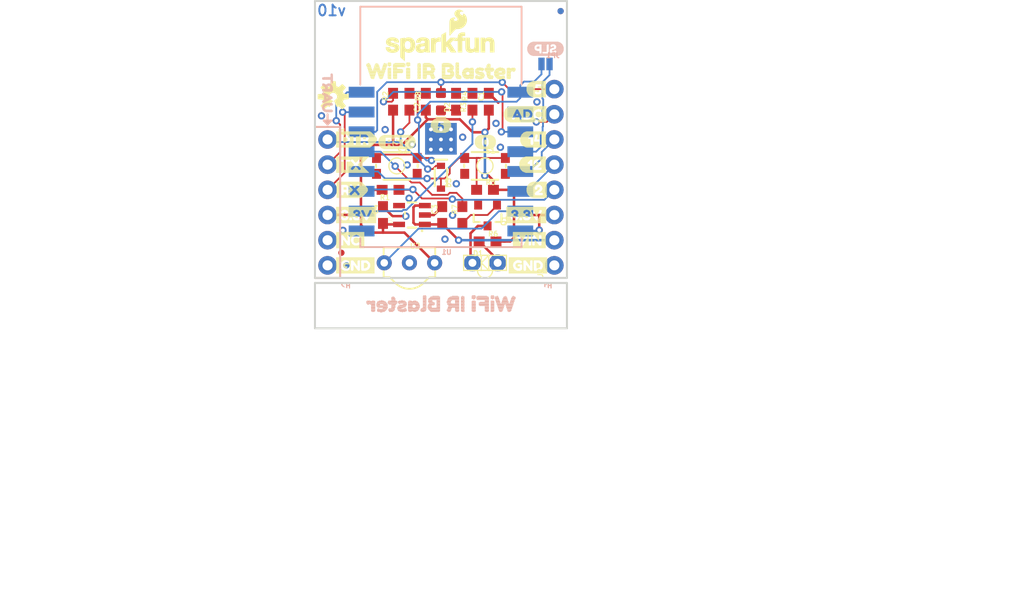
<source format=kicad_pcb>
(kicad_pcb (version 20211014) (generator pcbnew)
  (layers (0 "F.Cu" signal) (31 "B.Cu" signal) (34 "B.Paste" user) (35 "F.Paste" user) (36 "B.SilkS" user "B.Silkscreen") (37 "F.SilkS" user "F.Silkscreen") (38 "B.Mask" user) (39 "F.Mask" user) (44 "Edge.Cuts" user))
  (net 0 "")
  (net 1 "GND")
  (net 2 "3.3V")
  (net 3 "RXI")
  (net 4 "TXO")
  (net 5 "DTR")
  (net 6 "CHIP_EN")
  (net 7 "IO15")
  (net 8 "RESET")
  (net 9 "IO2")
  (net 10 "IO0")
  (net 11 "N$5")
  (net 12 "N$6")
  (net 13 "N$7")
  (net 14 "IR_IN")
  (net 15 "IR_OUT")
  (net 16 "IO14")
  (net 17 "ADC")
  (net 18 "IO16")
  (net 19 "IO12")
  (net 20 "IO5")
  (net 21 "VIN")
  (net 22 "N$1")
  (footprint "boardEagle:VIN6" (layer "F.Cu") (at 155.2321 112.6236)
    (fp_text reference "U$23" hide)
    (fp_text value "" hide)
  )
  (footprint "boardEagle:TACTILE_SWITCH_SMD_4.6X2.8MM" (layer "F.Cu") (at 152.9461 105.1306)
    (fp_text reference "S1" (at 0 -1.524) (layer "F.SilkS") (effects (font (size 0.512064 0.512064) (thickness 0.097536)) (justify left)))
    (fp_text value "GPIO0")
    (pad "1" smd rect (at -2.05 0.8) (size 0.9 1) (layers "F.Cu" "F.Paste" "F.Mask") (net 1 "GND"))
    (pad "2" smd rect (at 2.05 0.8) (size 0.9 1) (layers "F.Cu" "F.Paste" "F.Mask") (net 1 "GND"))
    (pad "3" smd rect (at 2.05 -0.8) (size 0.9 1) (layers "F.Cu" "F.Paste" "F.Mask") (net 10 "IO0"))
    (pad "4" smd rect (at -2.05 -0.8) (size 0.9 1) (layers "F.Cu" "F.Paste" "F.Mask") (net 10 "IO0"))
  )
  (footprint "boardEagle:LED-0603" (layer "F.Cu") (at 148.5011 98.6536 -90)
    (fp_text reference "D2" (at 0 -0.635 90) (layer "F.SilkS") (effects (font (size 0.512064 0.512064) (thickness 0.097536)) (justify right)))
    (fp_text value "GREEN")
    (pad "A" smd roundrect (at -0.877 0 180) (size 1 1) (layers "F.Cu" "F.Paste" "F.Mask") (roundrect_rratio 0.15) (net 20 "IO5"))
    (pad "C" smd roundrect (at 0.877 0 180) (size 1 1) (layers "F.Cu" "F.Paste" "F.Mask") (roundrect_rratio 0.15) (net 22 "N$1"))
  )
  (footprint "boardEagle:LTE-302" (layer "F.Cu") (at 152.9461 114.9096)
    (fp_text reference "D1" (at -1.27 -0.9525) (layer "F.SilkS") (effects (font (size 0.512064 0.512064) (thickness 0.097536)) (justify left)))
    (fp_text value "IR-LED")
    (pad "A" thru_hole circle (at 1.27 0) (size 1.7144 1.7144) (drill 0.8) (layers *.Cu *.Mask) (net 12 "N$6"))
    (pad "C" thru_hole circle (at -1.27 0) (size 1.7144 1.7144) (drill 0.8) (layers *.Cu *.Mask) (net 11 "N$5"))
  )
  (footprint "boardEagle:SOD-323" (layer "F.Cu") (at 148.5011 106.2736 -90)
    (fp_text reference "D3" (at 0 -0.762 90) (layer "F.SilkS") (effects (font (size 0.512064 0.512064) (thickness 0.097536)) (justify right)))
    (fp_text value "250mA/100V")
    (pad "A" smd rect (at 1.15 0 270) (size 0.63 0.83) (layers "F.Cu" "F.Paste" "F.Mask") (net 10 "IO0"))
    (pad "C" smd rect (at -1.15 0 270) (size 0.63 0.83) (layers "F.Cu" "F.Paste" "F.Mask") (net 5 "DTR"))
  )
  (footprint "boardEagle:WIFI_IR_BLASTER11" (layer "F.Cu") (at 139.5857 95.5548)
    (fp_text reference "U$13" hide)
    (fp_text value "" hide)
  )
  (footprint "boardEagle:TSOP382" (layer "F.Cu") (at 145.3261 114.9096)
    (fp_text reference "U2" (at 0 -1.7) (layer "F.SilkS") (effects (font (size 0.512064 0.512064) (thickness 0.097536)) (justify left)))
    (fp_text value "38kHz")
    (pad "1" thru_hole circle (at -2.54 0) (size 1.524 1.524) (drill 0.762) (layers *.Cu *.Mask) (net 14 "IR_IN"))
    (pad "2" thru_hole circle (at 0 0) (size 1.524 1.524) (drill 0.762) (layers *.Cu *.Mask) (net 1 "GND"))
    (pad "3" thru_hole circle (at 2.54 0) (size 1.524 1.524) (drill 0.762) (layers *.Cu *.Mask) (net 2 "3.3V"))
  )
  (footprint "boardEagle:0603" (layer "F.Cu") (at 145.3261 98.6536 -90)
    (fp_text reference "C2" (at 0 -0.762 90) (layer "F.SilkS") (effects (font (size 0.512064 0.512064) (thickness 0.097536)) (justify right)))
    (fp_text value "1.0uF")
    (pad "1" smd rect (at -0.85 0 270) (size 1.1 1) (layers "F.Cu" "F.Paste" "F.Mask") (net 8 "RESET"))
    (pad "2" smd rect (at 0.85 0 270) (size 1.1 1) (layers "F.Cu" "F.Paste" "F.Mask") (net 5 "DTR"))
  )
  (footprint "boardEagle:OSHW-LOGO-S" (layer "F.Cu") (at 137.6426 98.1456)
    (fp_text reference "LOGO1" hide)
    (fp_text value "OSHW-LOGOS" hide)
  )
  (footprint "boardEagle:0603" (layer "F.Cu") (at 142.6591 110.0836 90)
    (fp_text reference "C4" (at 0 -0.762 90) (layer "F.SilkS") (effects (font (size 0.512064 0.512064) (thickness 0.097536)) (justify left)))
    (fp_text value "2.2uF")
    (pad "1" smd rect (at -0.85 0 90) (size 1.1 1) (layers "F.Cu" "F.Paste" "F.Mask") (net 2 "3.3V"))
    (pad "2" smd rect (at 0.85 0 90) (size 1.1 1) (layers "F.Cu" "F.Paste" "F.Mask") (net 1 "GND"))
  )
  (footprint "boardEagle:0603" (layer "F.Cu") (at 153.3271 98.6536 90)
    (fp_text reference "C1" (at 0 -0.762 90) (layer "F.SilkS") (effects (font (size 0.512064 0.512064) (thickness 0.097536)) (justify left)))
    (fp_text value "1.0uF")
    (pad "1" smd rect (at -0.85 0 90) (size 1.1 1) (layers "F.Cu" "F.Paste" "F.Mask") (net 2 "3.3V"))
    (pad "2" smd rect (at 0.85 0 90) (size 1.1 1) (layers "F.Cu" "F.Paste" "F.Mask") (net 1 "GND"))
  )
  (footprint "boardEagle:GND5" (layer "F.Cu") (at 154.8511 115.1636)
    (fp_text reference "U$24" hide)
    (fp_text value "" hide)
  )
  (footprint "boardEagle:0603" (layer "F.Cu") (at 150.6601 110.0836 90)
    (fp_text reference "R7" (at 0 -0.762 90) (layer "F.SilkS") (effects (font (size 0.512064 0.512064) (thickness 0.097536)) (justify left)))
    (fp_text value "1k")
    (pad "1" smd rect (at -0.85 0 90) (size 1.1 1) (layers "F.Cu" "F.Paste" "F.Mask") (net 13 "N$7"))
    (pad "2" smd rect (at 0.85 0 90) (size 1.1 1) (layers "F.Cu" "F.Paste" "F.Mask") (net 15 "IR_OUT"))
  )
  (footprint "boardEagle:RST14" (layer "F.Cu") (at 142.0876 102.7176)
    (fp_text reference "U$15" hide)
    (fp_text value "" hide)
  )
  (footprint "boardEagle:0603" (layer "F.Cu") (at 143.4211 107.5436 180)
    (fp_text reference "R1" (at 0 -0.762) (layer "F.SilkS") (effects (font (size 0.512064 0.512064) (thickness 0.097536)) (justify right)))
    (fp_text value "10k")
    (pad "1" smd rect (at -0.85 0 180) (size 1.1 1) (layers "F.Cu" "F.Paste" "F.Mask") (net 9 "IO2"))
    (pad "2" smd rect (at 0.85 0 180) (size 1.1 1) (layers "F.Cu" "F.Paste" "F.Mask") (net 2 "3.3V"))
  )
  (footprint "boardEagle:RX3" (layer "F.Cu") (at 137.4521 107.5436)
    (fp_text reference "U$20" hide)
    (fp_text value "" hide)
  )
  (footprint "boardEagle:DTR1" (layer "F.Cu") (at 137.4521 102.4636)
    (fp_text reference "U$6" hide)
    (fp_text value "" hide)
  )
  (footprint "boardEagle:GND5" (layer "F.Cu") (at 137.4521 115.1636)
    (fp_text reference "U$22" hide)
    (fp_text value "" hide)
  )
  (footprint "boardEagle:27" (layer "F.Cu") (at 157.0101 107.5436)
    (fp_text reference "U$12" hide)
    (fp_text value "" hide)
  )
  (footprint "boardEagle:3#3V4" (layer "F.Cu") (at 154.5971 110.0836)
    (fp_text reference "U$2" hide)
    (fp_text value "" hide)
  )
  (footprint "boardEagle:NC0" (layer "F.Cu") (at 137.4521 112.6236)
    (fp_text reference "U$7" hide)
    (fp_text value "" hide)
  )
  (footprint "boardEagle:0603" (layer "F.Cu") (at 143.6751 98.6536 90)
    (fp_text reference "R2" (at 0 -0.762 90) (layer "F.SilkS") (effects (font (size 0.512064 0.512064) (thickness 0.097536)) (justify left)))
    (fp_text value "10k")
    (pad "1" smd rect (at -0.85 0 90) (size 1.1 1) (layers "F.Cu" "F.Paste" "F.Mask") (net 2 "3.3V"))
    (pad "2" smd rect (at 0.85 0 90) (size 1.1 1) (layers "F.Cu" "F.Paste" "F.Mask") (net 6 "CHIP_EN"))
  )
  (footprint "boardEagle:CREATIVE_COMMONS" (layer "F.Cu") (at 124.3711 146.9136)
    (fp_text reference "FRAME1" hide)
    (fp_text value "FRAME-LETTER" hide)
  )
  (footprint "boardEagle:0603" (layer "F.Cu") (at 153.2001 112.7506)
    (fp_text reference "R6" (at 0 -0.762) (layer "F.SilkS") (effects (font (size 0.512064 0.512064) (thickness 0.097536)) (justify left)))
    (fp_text value "20" hide)
    (pad "1" smd rect (at -0.85 0) (size 1.1 1) (layers "F.Cu" "F.Paste" "F.Mask") (net 12 "N$6"))
    (pad "2" smd rect (at 0.85 0) (size 1.1 1) (layers "F.Cu" "F.Paste" "F.Mask") (net 2 "3.3V"))
  )
  (footprint "boardEagle:REVISION" (layer "F.Cu") (at 135.8011 149.4536)
    (fp_text reference "LOGO3" hide)
    (fp_text value "REVISION" hide)
  )
  (footprint "boardEagle:1X08_NO_SILK" (layer "F.Cu") (at 159.9311 115.1636 90)
    (fp_text reference "J2" (at -1.27 -1.397 90) (layer "F.SilkS") (effects (font (size 0.512064 0.512064) (thickness 0.097536)) (justify left)))
    (fp_text value "")
    (pad "1" thru_hole circle (at 0 0 180) (size 1.8796 1.8796) (drill 1.016) (layers *.Cu *.Mask) (net 1 "GND"))
    (pad "2" thru_hole circle (at 2.54 0 180) (size 1.8796 1.8796) (drill 1.016) (layers *.Cu *.Mask) (net 21 "VIN"))
    (pad "3" thru_hole circle (at 5.08 0 180) (size 1.8796 1.8796) (drill 1.016) (layers *.Cu *.Mask) (net 2 "3.3V"))
    (pad "4" thru_hole circle (at 7.62 0 180) (size 1.8796 1.8796) (drill 1.016) (layers *.Cu *.Mask) (net 9 "IO2"))
    (pad "5" thru_hole circle (at 10.16 0 180) (size 1.8796 1.8796) (drill 1.016) (layers *.Cu *.Mask) (net 19 "IO12"))
    (pad "6" thru_hole circle (at 12.7 0 180) (size 1.8796 1.8796) (drill 1.016) (layers *.Cu *.Mask) (net 16 "IO14"))
    (pad "7" thru_hole circle (at 15.24 0 180) (size 1.8796 1.8796) (drill 1.016) (layers *.Cu *.Mask) (net 17 "ADC"))
    (pad "8" thru_hole circle (at 17.78 0 180) (size 1.8796 1.8796) (drill 1.016) (layers *.Cu *.Mask) (net 20 "IO5"))
  )
  (footprint "boardEagle:FIDUCIAL-MICRO" (layer "F.Cu") (at 160.5661 89.5096)
    (fp_text reference "FD1" hide)
    (fp_text value "FIDUCIALUFIDUCIAL" hide)
    (pad "1" smd roundrect (at 0 0) (size 0.635 0.635) (layers "F.Cu" "F.Mask") (roundrect_rratio 0.5))
  )
  (footprint "boardEagle:013" (layer "F.Cu") (at 151.8031 102.7176)
    (fp_text reference "U$14" hide)
    (fp_text value "" hide)
  )
  (footprint "boardEagle:SFE_LOGO_NAME_FLAME_.1" (layer "F.Cu") (at 142.5321 94.5896)
    (fp_text reference "LOGO2" hide)
    (fp_text value "SFE_LOGO_NAME_FLAME.1_INCH" hide)
  )
  (footprint "boardEagle:129" (layer "F.Cu") (at 156.1211 105.0036)
    (fp_text reference "U$10" hide)
    (fp_text value "" hide)
  )
  (footprint "boardEagle:0603" (layer "F.Cu") (at 148.6281 110.0836 90)
    (fp_text reference "C3" (at 0 -0.762 90) (layer "F.SilkS") (effects (font (size 0.512064 0.512064) (thickness 0.097536)) (justify left)))
    (fp_text value "1.0uF")
    (pad "1" smd rect (at -0.85 0 90) (size 1.1 1) (layers "F.Cu" "F.Paste" "F.Mask") (net 21 "VIN"))
    (pad "2" smd rect (at 0.85 0 90) (size 1.1 1) (layers "F.Cu" "F.Paste" "F.Mask") (net 1 "GND"))
  )
  (footprint "boardEagle:0603" (layer "F.Cu") (at 146.9771 98.6536 90)
    (fp_text reference "R8" (at 0 -0.762 90) (layer "F.SilkS") (effects (font (size 0.512064 0.512064) (thickness 0.097536)) (justify left)))
    (fp_text value "10k")
    (pad "1" smd rect (at -0.85 0 90) (size 1.1 1) (layers "F.Cu" "F.Paste" "F.Mask") (net 2 "3.3V"))
    (pad "2" smd rect (at 0.85 0 90) (size 1.1 1) (layers "F.Cu" "F.Paste" "F.Mask") (net 8 "RESET"))
  )
  (footprint "boardEagle:512" (layer "F.Cu") (at 147.3581 101.0666)
    (fp_text reference "U$1" hide)
    (fp_text value "" hide)
  )
  (footprint "boardEagle:3#3V4" (layer "F.Cu") (at 137.4521 110.0836)
    (fp_text reference "U$21" hide)
    (fp_text value "" hide)
  )
  (footprint "boardEagle:SOT23-3" (layer "F.Cu") (at 153.2001 110.0836 180)
    (fp_text reference "Q1" (at -1.651 0 90) (layer "F.SilkS") (effects (font (size 0.512064 0.512064) (thickness 0.097536)) (justify right)))
    (fp_text value "600mA/40V")
    (pad "1" smd rect (at -0.95 1 180) (size 0.8 0.9) (layers "F.Cu" "F.Paste" "F.Mask") (net 13 "N$7"))
    (pad "2" smd rect (at 0.95 1 180) (size 0.8 0.9) (layers "F.Cu" "F.Paste" "F.Mask") (net 1 "GND"))
    (pad "3" smd rect (at 0 -1.1 180) (size 0.8 0.9) (layers "F.Cu" "F.Paste" "F.Mask") (net 11 "N$5"))
  )
  (footprint "boardEagle:1X06_NO_SILK" (layer "F.Cu") (at 137.0711 102.4636 -90)
    (fp_text reference "J1" (at -1.27 -1.397 90) (layer "F.SilkS") (effects (font (size 0.512064 0.512064) (thickness 0.097536)) (justify right)))
    (fp_text value "")
    (pad "1" thru_hole circle (at 0 0) (size 1.8796 1.8796) (drill 1.016) (layers *.Cu *.Mask) (net 5 "DTR"))
    (pad "2" thru_hole circle (at 2.54 0) (size 1.8796 1.8796) (drill 1.016) (layers *.Cu *.Mask) (net 4 "TXO"))
    (pad "3" thru_hole circle (at 5.08 0) (size 1.8796 1.8796) (drill 1.016) (layers *.Cu *.Mask) (net 3 "RXI"))
    (pad "4" thru_hole circle (at 7.62 0) (size 1.8796 1.8796) (drill 1.016) (layers *.Cu *.Mask) (net 2 "3.3V"))
    (pad "5" thru_hole circle (at 10.16 0) (size 1.8796 1.8796) (drill 1.016) (layers *.Cu *.Mask))
    (pad "6" thru_hole circle (at 12.7 0) (size 1.8796 1.8796) (drill 1.016) (layers *.Cu *.Mask) (net 1 "GND"))
  )
  (footprint "boardEagle:511" (layer "F.Cu") (at 157.0101 97.3836)
    (fp_text reference "U$8" hide)
    (fp_text value "" hide)
  )
  (footprint "boardEagle:FIDUCIAL-MICRO" (layer "F.Cu") (at 138.4681 113.8936)
    (fp_text reference "FD2" hide)
    (fp_text value "FIDUCIALUFIDUCIAL" hide)
    (pad "1" smd roundrect (at 0 0) (size 0.635 0.635) (layers "F.Cu" "F.Mask") (roundrect_rratio 0.5))
  )
  (footprint "boardEagle:SOT23-5" (layer "F.Cu") (at 145.5801 110.0836 90)
    (fp_text reference "U3" (at -0.889 -2.159 90) (layer "F.SilkS") (effects (font (size 0.376489 0.376489) (thickness 0.029911)) (justify left)))
    (fp_text value "3.3V")
    (pad "1" smd rect (at -0.95 1.3001 90) (size 0.55 1.2) (layers "F.Cu" "F.Paste" "F.Mask") (net 21 "VIN"))
    (pad "2" smd rect (at 0 1.3001 90) (size 0.55 1.2) (layers "F.Cu" "F.Paste" "F.Mask") (net 1 "GND"))
    (pad "3" smd rect (at 0.95 1.3001 90) (size 0.55 1.2) (layers "F.Cu" "F.Paste" "F.Mask") (net 21 "VIN"))
    (pad "4" smd rect (at 0.95 -1.3001 90) (size 0.55 1.2) (layers "F.Cu" "F.Paste" "F.Mask"))
    (pad "5" smd rect (at -0.95 -1.3001 90) (size 0.55 1.2) (layers "F.Cu" "F.Paste" "F.Mask") (net 2 "3.3V"))
  )
  (footprint "boardEagle:TACTILE_SWITCH_SMD_4.6X2.8MM" (layer "F.Cu") (at 144.0561 105.1306)
    (fp_text reference "S2" (at 0 -1.524) (layer "F.SilkS") (effects (font (size 0.512064 0.512064) (thickness 0.097536)) (justify left)))
    (fp_text value "RESET")
    (pad "1" smd rect (at -2.05 0.8) (size 0.9 1) (layers "F.Cu" "F.Paste" "F.Mask") (net 1 "GND"))
    (pad "2" smd rect (at 2.05 0.8) (size 0.9 1) (layers "F.Cu" "F.Paste" "F.Mask") (net 1 "GND"))
    (pad "3" smd rect (at 2.05 -0.8) (size 0.9 1) (layers "F.Cu" "F.Paste" "F.Mask") (net 8 "RESET"))
    (pad "4" smd rect (at -2.05 -0.8) (size 0.9 1) (layers "F.Cu" "F.Paste" "F.Mask") (net 8 "RESET"))
  )
  (footprint "boardEagle:TX2" (layer "F.Cu") (at 137.4521 105.0036)
    (fp_text reference "U$19" hide)
    (fp_text value "" hide)
  )
  (footprint "boardEagle:0603" (layer "F.Cu") (at 152.9461 107.5436)
    (fp_text reference "R5" (at 0 -0.762) (layer "F.SilkS") (effects (font (size 0.512064 0.512064) (thickness 0.097536)) (justify left)))
    (fp_text value "1k")
    (pad "1" smd rect (at -0.85 0) (size 1.1 1) (layers "F.Cu" "F.Paste" "F.Mask") (net 10 "IO0"))
    (pad "2" smd rect (at 0.85 0) (size 1.1 1) (layers "F.Cu" "F.Paste" "F.Mask") (net 2 "3.3V"))
  )
  (footprint "boardEagle:0603" (layer "F.Cu") (at 151.6761 98.6536 90)
    (fp_text reference "R4" (at 0 -0.762 90) (layer "F.SilkS") (effects (font (size 0.512064 0.512064) (thickness 0.097536)) (justify left)))
    (fp_text value "10k")
    (pad "1" smd rect (at -0.85 0 90) (size 1.1 1) (layers "F.Cu" "F.Paste" "F.Mask") (net 7 "IO15"))
    (pad "2" smd rect (at 0.85 0 90) (size 1.1 1) (layers "F.Cu" "F.Paste" "F.Mask") (net 1 "GND"))
  )
  (footprint "boardEagle:0603" (layer "F.Cu") (at 150.0251 98.6536 -90)
    (fp_text reference "R3" (at 0 -0.762 90) (layer "F.SilkS") (effects (font (size 0.512064 0.512064) (thickness 0.097536)) (justify right)))
    (fp_text value "1k")
    (pad "1" smd rect (at -0.85 0 270) (size 1.1 1) (layers "F.Cu" "F.Paste" "F.Mask") (net 1 "GND"))
    (pad "2" smd rect (at 0.85 0 270) (size 1.1 1) (layers "F.Cu" "F.Paste" "F.Mask") (net 22 "N$1"))
  )
  (footprint "boardEagle:ADC10" (layer "F.Cu") (at 154.7241 99.9236)
    (fp_text reference "U$9" hide)
    (fp_text value "" hide)
  )
  (footprint "boardEagle:148" (layer "F.Cu") (at 156.3751 102.4636)
    (fp_text reference "U$11" hide)
    (fp_text value "" hide)
  )
  (footprint "boardEagle:STAND-OFF" (layer "B.Cu") (at 138.3411 118.9736 180)
    (fp_text reference "H2" (at 0 2.032) (layer "B.SilkS") (effects (font (size 0.48768 0.48768) (thickness 0.12192)) (justify right top mirror)))
    (fp_text value "STAND-OFF")
    (pad "" np_thru_hole circle (at 0 0 180) (size 3.302 3.302) (drill 3.302) (layers *.Cu *.Mask))
  )
  (footprint "boardEagle:FIDUCIAL-MICRO" (layer "B.Cu") (at 160.5661 89.5096 180)
    (fp_text reference "FD4" hide)
    (fp_text value "FIDUCIALUFIDUCIAL" hide)
    (pad "1" smd roundrect (at 0 0 180) (size 0.635 0.635) (layers "B.Cu" "B.Mask") (roundrect_rratio 0.5))
  )
  (footprint "boardEagle:SLP14" (layer "B.Cu") (at 160.9471 93.3196 180)
    (fp_text reference "U$3" hide)
    (fp_text value "" hide)
  )
  (footprint "boardEagle:ESP-12S" (layer "B.Cu") (at 148.5011 101.1936 180)
    (fp_text reference "U1" (at 0 -12.354) (layer "B.SilkS") (effects (font (size 0.48768 0.48768) (thickness 0.12192)) (justify right top mirror)))
    (fp_text value "ESP-12S")
    (pad "1" smd rect (at -8 3.5 180) (size 2.6 1.1) (layers "B.Cu" "B.Paste" "B.Mask") (net 8 "RESET"))
    (pad "2" smd rect (at -8 1.5 180) (size 2.6 1.1) (layers "B.Cu" "B.Paste" "B.Mask") (net 17 "ADC"))
    (pad "3" smd rect (at -8 -0.5 180) (size 2.6 1.1) (layers "B.Cu" "B.Paste" "B.Mask") (net 6 "CHIP_EN"))
    (pad "4" smd rect (at -8 -2.5 180) (size 2.6 1.1) (layers "B.Cu" "B.Paste" "B.Mask") (net 18 "IO16"))
    (pad "5" smd rect (at -8 -4.5 180) (size 2.6 1.1) (layers "B.Cu" "B.Paste" "B.Mask") (net 16 "IO14"))
    (pad "6" smd rect (at -8 -6.5 180) (size 2.6 1.1) (layers "B.Cu" "B.Paste" "B.Mask") (net 19 "IO12"))
    (pad "7" smd rect (at -8 -8.5 180) (size 2.6 1.1) (layers "B.Cu" "B.Paste" "B.Mask") (net 14 "IR_IN"))
    (pad "8" smd rect (at -8 -10.5 180) (size 2.6 1.1) (layers "B.Cu" "B.Paste" "B.Mask") (net 2 "3.3V"))
    (pad "9" smd rect (at 8 -10.5) (size 2.6 1.1) (layers "B.Cu" "B.Paste" "B.Mask") (net 1 "GND"))
    (pad "10" smd rect (at 8 -8.5) (size 2.6 1.1) (layers "B.Cu" "B.Paste" "B.Mask") (net 7 "IO15"))
    (pad "11" smd rect (at 8 -6.5) (size 2.6 1.1) (layers "B.Cu" "B.Paste" "B.Mask") (net 9 "IO2"))
    (pad "12" smd rect (at 8 -4.5) (size 2.6 1.1) (layers "B.Cu" "B.Paste" "B.Mask") (net 10 "IO0"))
    (pad "13" smd rect (at 8 -2.5) (size 2.6 1.1) (layers "B.Cu" "B.Paste" "B.Mask") (net 15 "IR_OUT"))
    (pad "14" smd rect (at 8 -0.5) (size 2.6 1.1) (layers "B.Cu" "B.Paste" "B.Mask") (net 20 "IO5"))
    (pad "15" smd rect (at 8 1.5) (size 2.6 1.1) (layers "B.Cu" "B.Paste" "B.Mask") (net 3 "RXI"))
    (pad "16" smd rect (at 8 3.5) (size 2.6 1.1) (layers "B.Cu" "B.Paste" "B.Mask") (net 4 "TXO"))
    (pad "P$1" smd rect (at 0 -1.2 180) (size 3.2 3.2) (layers "B.Cu" "B.Mask") (net 1 "GND"))
  )
  (footprint "boardEagle:WIFI_IR_BLASTER11" (layer "B.Cu") (at 157.4165 119.0498 180)
    (fp_text reference "U$4" hide)
    (fp_text value "" hide)
  )
  (footprint "boardEagle:UART0" (layer "B.Cu") (at 137.0711 100.6856 90)
    (fp_text reference "U$5" hide)
    (fp_text value "" hide)
  )
  (footprint "boardEagle:FIDUCIAL-MICRO" (layer "B.Cu") (at 138.9761 115.1636 180)
    (fp_text reference "FD3" hide)
    (fp_text value "FIDUCIALUFIDUCIAL" hide)
    (pad "1" smd roundrect (at 0 0 180) (size 0.635 0.635) (layers "B.Cu" "B.Mask") (roundrect_rratio 0.5))
  )
  (footprint "boardEagle:STAND-OFF" (layer "B.Cu") (at 158.6611 118.9736 180)
    (fp_text reference "H1" (at 0 2.032) (layer "B.SilkS") (effects (font (size 0.48768 0.48768) (thickness 0.12192)) (justify right top mirror)))
    (fp_text value "STAND-OFF")
    (pad "" np_thru_hole circle (at 0 0 180) (size 3.302 3.302) (drill 3.302) (layers *.Cu *.Mask))
  )
  (footprint "boardEagle:SMT-JUMPER_2_NO_NO-SILK" (layer "B.Cu") (at 159.0421 94.8436 180)
    (fp_text reference "JP1" (at 0 1.143) (layer "B.SilkS") (effects (font (size 0.48768 0.48768) (thickness 0.12192)) (justify right top mirror)))
    (fp_text value "Deep-Sleep")
    (pad "1" smd rect (at -0.4064 0 180) (size 0.635 1.27) (layers "B.Cu" "B.Mask") (net 18 "IO16"))
    (pad "2" smd rect (at 0.4064 0 180) (size 0.635 1.27) (layers "B.Cu" "B.Mask") (net 8 "RESET"))
  )
  (gr_line (start 138.3411 101.1936) (end 138.3411 116.4336) (layer "B.SilkS") (width 0.2032))
  (gr_line (start 137.0711 100.9396) (end 136.6901 100.5586) (layer "B.SilkS") (width 0.2032))
  (gr_line (start 137.1981 100.6856) (end 136.9441 100.6856) (layer "B.SilkS") (width 0.2032))
  (gr_line (start 137.0711 100.9396) (end 137.0711 99.9236) (layer "B.SilkS") (width 0.2032))
  (gr_line (start 135.8011 101.1936) (end 138.3411 101.1936) (layer "B.SilkS") (width 0.2032))
  (gr_line (start 137.4521 100.5586) (end 137.0711 100.9396) (layer "B.SilkS") (width 0.2032))
  (gr_line (start 136.6901 100.5586) (end 137.4521 100.5586) (layer "B.SilkS") (width 0.2032))
  (gr_line (start 138.3411 116.4336) (end 135.8011 116.4336) (layer "B.SilkS") (width 0.2032))
  (gr_line (start 161.2011 121.5136) (end 135.8011 121.5136) (layer "Edge.Cuts") (width 0.2032))
  (gr_line (start 135.8011 88.4936) (end 135.8011 116.4336) (layer "Edge.Cuts") (width 0.2032))
  (gr_line (start 161.2011 116.4336) (end 161.2011 88.4936) (layer "Edge.Cuts") (width 0.2032))
  (gr_line (start 135.8011 116.4336) (end 161.2011 116.4336) (layer "Edge.Cuts") (width 0.2032))
  (gr_line (start 161.2011 88.4936) (end 135.8011 88.4936) (layer "Edge.Cuts") (width 0.2032))
  (gr_line (start 135.8011 116.9416) (end 161.2011 116.9416) (layer "Edge.Cuts") (width 0.2032))
  (gr_line (start 135.8011 121.5136) (end 135.8011 116.9416) (layer "Edge.Cuts") (width 0.2032))
  (gr_line (start 161.2011 116.9416) (end 161.2011 121.5136) (layer "Edge.Cuts") (width 0.2032))
  (gr_text "v10" (at 139.0396 90.0811) (layer "B.Cu") (effects (font (size 1.0795 1.0795) (thickness 0.1905)) (justify left bottom mirror)))
  (segment (start 146.8802 110.0836) (end 147.7781 110.0836) (width 0.254) (layer "F.Cu") (net 1))
  (segment (start 148.6281 109.2336) (end 147.7781 110.0836) (width 0.254) (layer "F.Cu") (net 1))
  (segment (start 142.6591 109.2336) (end 143.6234 110.1979) (width 0.254) (layer "F.Cu") (net 1))
  (segment (start 143.6234 110.1979) (end 144.9705 110.1979) (width 0.254) (layer "F.Cu") (net 1))
  (segment (start 153.3271 97.8036) (end 154.2796 98.7561) (width 0.254) (layer "F.Cu") (net 1))
  (via (at 148.5011 103.4796) (size 0.7366) (drill 0.381) (layers "F.Cu" "B.Cu") (net 1))
  (via (at 147.4851 102.4636) (size 0.7366) (drill 0.381) (layers "F.Cu" "B.Cu") (net 1))
  (via (at 149.6695 110.109) (size 0.7366) (drill 0.381) (layers "F.Cu" "B.Cu") (net 1))
  (via (at 149.5171 103.4796) (size 0.7366) (drill 0.381) (layers "F.Cu" "B.Cu") (net 1))
  (via (at 150.6855 102.235) (size 0.7366) (drill 0.381) (layers "F.Cu" "B.Cu") (net 1))
  (via (at 148.5011 102.4636) (size 0.7366) (drill 0.381) (layers "F.Cu" "B.Cu") (net 1))
  (via (at 148.9075 112.522) (size 0.7366) (drill 0.381) (layers "F.Cu" "B.Cu") (net 1))
  (via (at 150.0505 106.934) (size 0.7366) (drill 0.381) (layers "F.Cu" "B.Cu") (net 1))
  (via (at 145.288 108.3945) (size 0.7366) (drill 0.381) (layers "F.Cu" "B.Cu") (net 1))
  (via (at 136.4615 100.076) (size 0.7366) (drill 0.381) (layers "F.Cu" "B.Cu") (net 1))
  (via (at 145.6055 102.9589) (size 0.7366) (drill 0.381) (layers "F.Cu" "B.Cu") (net 1))
  (via (at 145.0975 105.029) (size 0.7366) (drill 0.381) (layers "F.Cu" "B.Cu") (net 1))
  (via (at 144.9705 110.1979) (size 0.7366) (drill 0.381) (layers "F.Cu" "B.Cu") (net 1))
  (via (at 142.875 101.473) (size 0.7366) (drill 0.381) (layers "F.Cu" "B.Cu") (net 1))
  (via (at 149.5171 101.4476) (size 0.7366) (drill 0.381) (layers "F.Cu" "B.Cu") (net 1))
  (via (at 158.1785 98.679) (size 0.7366) (drill 0.381) (layers "F.Cu" "B.Cu") (net 1))
  (via (at 147.4851 101.4476) (size 0.7366) (drill 0.381) (layers "F.Cu" "B.Cu") (net 1))
  (via (at 154.051 100.838) (size 0.7366) (drill 0.381) (layers "F.Cu" "B.Cu") (net 1))
  (via (at 149.5171 102.4636) (size 0.7366) (drill 0.381) (layers "F.Cu" "B.Cu") (net 1))
  (via (at 138.6205 111.633) (size 0.7366) (drill 0.381) (layers "F.Cu" "B.Cu") (net 1))
  (via (at 148.5011 101.4476) (size 0.7366) (drill 0.381) (layers "F.Cu" "B.Cu") (net 1))
  (via (at 147.4851 103.4796) (size 0.7366) (drill 0.381) (layers "F.Cu" "B.Cu") (net 1))
  (via (at 154.4955 103.251) (size 0.7366) (drill 0.381) (layers "F.Cu" "B.Cu") (net 1))
  (segment (start 147.8661 114.9096) (end 144.8181 111.8616) (width 0.254) (layer "F.Cu") (net 2))
  (segment (start 146.9771 99.9236) (end 146.9771 100.2411) (width 0.254) (layer "F.Cu") (net 2))
  (segment (start 142.6591 110.9336) (end 142.6591 111.8616) (width 0.254) (layer "F.Cu") (net 2))
  (segment (start 146.9771 99.5036) (end 146.9771 99.9236) (width 0.1778) (layer "F.Cu") (net 2))
  (segment (start 137.0711 110.0836) (end 137.0838 110.0709) (width 0.254) (layer "F.Cu") (net 2))
  (segment (start 144.28 111.0336) (end 142.7591 111.0336) (width 0.254) (layer "F.Cu") (net 2))
  (segment (start 154.8511 112.7506) (end 154.9781 112.7506) (width 0.254) (layer "F.Cu") (net 2))
  (segment (start 146.9771 100.2411) (end 147.1676 100.4316) (width 0.254) (layer "F.Cu") (net 2))
  (segment (start 153.7961 106.6156) (end 153.3017 106.1212) (width 0.254) (layer "F.Cu") (net 2))
  (segment (start 140.4366 110.0709) (end 140.4366 107.5436) (width 0.254) (layer "F.Cu") (net 2))
  (segment (start 155.8671 108.0516) (end 155.3591 107.5436) (width 0.254) (layer "F.Cu") (net 2))
  (segment (start 140.446387 110.0709) (end 140.192387 110.0709) (width 0.254) (layer "F.Cu") (net 2))
  (segment (start 142.7591 111.0336) (end 142.6591 110.9336) (width 0.254) (layer "F.Cu") (net 2))
  (segment (start 141.7339 103.0078) (end 140.4366 104.3051) (width 0.254) (layer "F.Cu") (net 2))
  (segment (start 140.4366 107.5436) (end 140.4366 104.3051) (width 0.254) (layer "F.Cu") (net 2))
  (segment (start 150.4061 100.4316) (end 147.1676 100.4316) (width 0.254) (layer "F.Cu") (net 2))
  (segment (start 140.446387 111.109388) (end 140.446387 110.0709) (width 0.254) (layer "F.Cu") (net 2))
  (segment (start 152.9343 101.7378) (end 151.7123 101.7378) (width 0.254) (layer "F.Cu") (net 2))
  (segment (start 153.3271 99.5036) (end 153.3271 101.345) (width 0.254) (layer "F.Cu") (net 2))
  (segment (start 151.7123 101.7378) (end 150.4061 100.4316) (width 0.254) (layer "F.Cu") (net 2))
  (segment (start 153.7961 107.5436) (end 153.7961 106.6156) (width 0.254) (layer "F.Cu") (net 2))
  (segment (start 139.557387 110.0709) (end 137.0838 110.0709) (width 0.254) (layer "F.Cu") (net 2))
  (segment (start 142.5711 107.5436) (end 140.4366 107.5436) (width 0.254) (layer "F.Cu") (net 2))
  (segment (start 140.4366 110.0709) (end 140.192387 110.0709) (width 0.254) (layer "F.Cu") (net 2))
  (segment (start 140.192387 110.0709) (end 139.557387 110.0709) (width 0.254) (layer "F.Cu") (net 2))
  (segment (start 153.3017 106.1212) (end 152.9207 106.1212) (width 0.254) (layer "F.Cu") (net 2))
  (segment (start 142.6591 111.8616) (end 141.1986 111.8616) (width 0.254) (layer "F.Cu") (net 2))
  (segment (start 153.3271 101.345) (end 152.9343 101.7378) (width 0.254) (layer "F.Cu") (net 2))
  (segment (start 144.8181 111.8616) (end 142.6591 111.8616) (width 0.254) (layer "F.Cu") (net 2))
  (segment (start 158.4071 111.6076) (end 158.4071 110.0836) (width 0.254) (layer "F.Cu") (net 2))
  (segment (start 147.1676 100.4316) (end 144.5914 103.0078) (width 0.254) (layer "F.Cu") (net 2))
  (segment (start 139.557387 110.0709) (end 139.557387 110.0709) (width 0.254) (layer "F.Cu") (net 2))
  (segment (start 154.0501 112.7506) (end 154.8511 112.7506) (width 0.254) (layer "F.Cu") (net 2))
  (segment (start 143.6751 103.0078) (end 141.7339 103.0078) (width 0.254) (layer "F.Cu") (net 2))
  (segment (start 143.6751 99.5036) (end 143.6751 103.0078) (width 0.254) (layer "F.Cu") (net 2))
  (segment (start 141.1986 111.8616) (end 140.446387 111.109388) (width 0.254) (layer "F.Cu") (net 2))
  (segment (start 155.8671 110.0836) (end 155.8671 108.0516) (width 0.254) (layer "F.Cu") (net 2))
  (segment (start 144.5914 103.0078) (end 143.6751 103.0078) (width 0.254) (layer "F.Cu") (net 2))
  (segment (start 155.3591 107.5436) (end 153.7961 107.5436) (width 0.254) (layer "F.Cu") (net 2))
  (segment (start 158.4071 110.0836) (end 155.8671 110.0836) (width 0.254) (layer "F.Cu") (net 2))
  (segment (start 155.4861 112.7506) (end 155.8671 112.3696) (width 0.254) (layer "F.Cu") (net 2))
  (segment (start 155.8671 112.3696) (end 155.8671 110.0836) (width 0.254) (layer "F.Cu") (net 2))
  (segment (start 159.9311 110.0836) (end 158.4071 110.0836) (width 0.254) (layer "F.Cu") (net 2))
  (segment (start 154.8511 112.7506) (end 155.4861 112.7506) (width 0.254) (layer "F.Cu") (net 2))
  (via (at 152.9207 106.1212) (size 0.7366) (drill 0.381) (layers "F.Cu" "B.Cu") (net 2))
  (via (at 152.9343 101.7378) (size 0.7366) (drill 0.381) (layers "F.Cu" "B.Cu") (net 2))
  (via (at 158.4071 111.6076) (size 0.7366) (drill 0.381) (layers "F.Cu" "B.Cu") (net 2))
  (segment (start 158.3211 111.6936) (end 158.4071 111.6076) (width 0.254) (layer "B.Cu") (net 2))
  (segment (start 156.5011 111.6936) (end 158.3211 111.6936) (width 0.254) (layer "B.Cu") (net 2))
  (segment (start 152.9343 106.1076) (end 152.9207 106.1212) (width 0.254) (layer "B.Cu") (net 2))
  (segment (start 152.9343 101.7378) (end 152.9343 106.1076) (width 0.254) (layer "B.Cu") (net 2))
  (segment (start 138.7983 101.1936) (end 138.7983 105.8164) (width 0.1778) (layer "F.Cu") (net 3))
  (segment (start 138.5951 106.0196) (end 137.0711 107.5436) (width 0.1778) (layer "F.Cu") (net 3))
  (segment (start 138.7983 99.9095) (end 138.7983 101.1936) (width 0.1778) (layer "F.Cu") (net 3))
  (segment (start 138.5951 99.7063) (end 138.7983 99.9095) (width 0.1778) (layer "F.Cu") (net 3))
  (segment (start 138.7983 105.8164) (end 138.5951 106.0196) (width 0.1778) (layer "F.Cu") (net 3))
  (via (at 138.5951 99.7063) (size 0.7366) (drill 0.381) (layers "F.Cu" "B.Cu") (net 3))
  (segment (start 140.5011 99.6936) (end 140.4884 99.7063) (width 0.1778) (layer "B.Cu") (net 3))
  (segment (start 140.4884 99.7063) (end 138.5951 99.7063) (width 0.1778) (layer "B.Cu") (net 3))
  (segment (start 138.3411 100.965) (end 137.9474 100.5713) (width 0.1778) (layer "F.Cu") (net 4))
  (segment (start 137.0711 105.0036) (end 138.3411 103.7336) (width 0.1778) (layer "F.Cu") (net 4))
  (segment (start 138.3411 103.7336) (end 138.3411 100.965) (width 0.1778) (layer "F.Cu") (net 4))
  (via (at 137.9474 100.5713) (size 0.7366) (drill 0.381) (layers "F.Cu" "B.Cu") (net 4))
  (segment (start 137.9474 100.5713) (end 137.9474 98.7933) (width 0.1778) (layer "B.Cu") (net 4))
  (segment (start 137.9474 98.7933) (end 139.0471 97.6936) (width 0.1778) (layer "B.Cu") (net 4))
  (segment (start 139.0471 97.6936) (end 140.5011 97.6936) (width 0.1778) (layer "B.Cu") (net 4))
  (segment (start 145.3261 100.7736) (end 144.4371 101.6626) (width 0.1778) (layer "F.Cu") (net 5))
  (segment (start 148.5011 105.1236) (end 148.0001 105.1236) (width 0.1778) (layer "F.Cu") (net 5))
  (segment (start 144.4371 101.6626) (end 144.4371 101.708182) (width 0.1778) (layer "F.Cu") (net 5))
  (segment (start 148.0001 105.1236) (end 147.6756 105.4481) (width 0.1778) (layer "F.Cu") (net 5))
  (segment (start 145.3261 99.5036) (end 145.3261 100.7736) (width 0.1778) (layer "F.Cu") (net 5))
  (segment (start 147.6756 105.4481) (end 147.1676 105.4481) (width 0.1778) (layer "F.Cu") (net 5))
  (via (at 147.1676 105.4481) (size 0.7366) (drill 0.381) (layers "F.Cu" "B.Cu") (net 5))
  (via (at 144.4371 101.708182) (size 0.7366) (drill 0.381) (layers "F.Cu" "B.Cu") (net 5))
  (segment (start 144.4371 101.708182) (end 144.4371 102.7262) (width 0.1778) (layer "B.Cu") (net 5))
  (segment (start 147.159 105.4481) (end 144.4371 102.7262) (width 0.1778) (layer "B.Cu") (net 5))
  (segment (start 144.4371 102.7262) (end 137.3337 102.7262) (width 0.1778) (layer "B.Cu") (net 5))
  (segment (start 137.3337 102.7262) (end 137.0711 102.4636) (width 0.1778) (layer "B.Cu") (net 5))
  (segment (start 147.1676 105.4481) (end 147.159 105.4481) (width 0.1778) (layer "B.Cu") (net 5))
  (segment (start 154.7114 97.7575) (end 154.6169 97.663) (width 0.1778) (layer "F.Cu") (net 6))
  (segment (start 143.6751 97.8036) (end 143.6751 98.5139) (width 0.1778) (layer "F.Cu") (net 6))
  (segment (start 143.5354 98.6536) (end 142.7099 98.6536) (width 0.1778) (layer "F.Cu") (net 6))
  (segment (start 143.6751 98.5139) (end 143.5354 98.6536) (width 0.1778) (layer "F.Cu") (net 6))
  (segment (start 154.5971 101.6936) (end 154.7114 101.5793) (width 0.1778) (layer "F.Cu") (net 6))
  (segment (start 154.7114 101.5793) (end 154.7114 97.7575) (width 0.1778) (layer "F.Cu") (net 6))
  (via (at 154.5971 101.6936) (size 0.7366) (drill 0.381) (layers "F.Cu" "B.Cu") (net 6))
  (via (at 142.7099 98.6536) (size 0.7366) (drill 0.381) (layers "F.Cu" "B.Cu") (net 6))
  (via (at 154.6169 97.663) (size 0.7366) (drill 0.381) (layers "F.Cu" "B.Cu") (net 6))
  (segment (start 143.7005 97.663) (end 154.6169 97.663) (width 0.1778) (layer "B.Cu") (net 6))
  (segment (start 142.7099 98.6536) (end 143.7005 97.663) (width 0.1778) (layer "B.Cu") (net 6))
  (segment (start 156.5011 101.6936) (end 154.5971 101.6936) (width 0.1778) (layer "B.Cu") (net 6))
  (segment (start 151.6761 99.5036) (end 151.6761 100.6856) (width 0.1778) (layer "F.Cu") (net 7))
  (via (at 151.6761 100.6856) (size 0.7366) (drill 0.381) (layers "F.Cu" "B.Cu") (net 7))
  (segment (start 144.707468 109.5629) (end 145.0213 109.5629) (width 0.1778) (layer "B.Cu") (net 7))
  (segment (start 140.5011 109.6936) (end 144.576768 109.6936) (width 0.1778) (layer "B.Cu") (net 7))
  (segment (start 144.576768 109.6936) (end 144.707468 109.5629) (width 0.1778) (layer "B.Cu") (net 7))
  (segment (start 151.6761 102.9081) (end 151.6761 100.6856) (width 0.1778) (layer "B.Cu") (net 7))
  (segment (start 145.0213 109.5629) (end 151.6761 102.9081) (width 0.1778) (layer "B.Cu") (net 7))
  (segment (start 142.3491 103.9876) (end 145.7631 103.9876) (width 0.1778) (layer "F.Cu") (net 8))
  (segment (start 146.1061 104.3306) (end 147.302356 104.3306) (width 0.1778) (layer "F.Cu") (net 8))
  (segment (start 147.302356 104.3306) (end 147.552428 104.580672) (width 0.1778) (layer "F.Cu") (net 8))
  (segment (start 142.0061 104.3306) (end 142.3491 103.9876) (width 0.1778) (layer "F.Cu") (net 8))
  (segment (start 145.7631 103.9876) (end 146.1061 104.3306) (width 0.1778) (layer "F.Cu") (net 8))
  (segment (start 145.3261 97.8036) (end 146.1516 97.8036) (width 0.1778) (layer "F.Cu") (net 8))
  (segment (start 146.1516 100.4951) (end 146.1516 97.8036) (width 0.1778) (layer "F.Cu") (net 8))
  (segment (start 146.1516 97.8036) (end 146.9771 97.8036) (width 0.1778) (layer "F.Cu") (net 8))
  (via (at 146.1516 100.4951) (size 0.7366) (drill 0.381) (layers "F.Cu" "B.Cu") (net 8))
  (via (at 147.552428 104.580672) (size 0.7366) (drill 0.381) (layers "F.Cu" "B.Cu") (net 8))
  (segment (start 147.552428 104.580672) (end 147.048471 104.580672) (width 0.1778) (layer "B.Cu") (net 8))
  (segment (start 156.8831 96.6216) (end 157.8991 96.6216) (width 0.1778) (layer "B.Cu") (net 8))
  (segment (start 157.8991 96.6216) (end 158.636071 95.884629) (width 0.1778) (layer "B.Cu") (net 8))
  (segment (start 156.1211 98.6536) (end 156.5011 98.2736) (width 0.1778) (layer "B.Cu") (net 8))
  (segment (start 156.5011 97.3836) (end 156.5011 97.0036) (width 0.1778) (layer "B.Cu") (net 8))
  (segment (start 156.5011 98.2736) (end 156.5011 97.3836) (width 0.1778) (layer "B.Cu") (net 8))
  (segment (start 146.1516 100.4951) (end 146.1516 99.9236) (width 0.1778) (layer "B.Cu") (net 8))
  (segment (start 146.2786 103.8108) (end 146.2786 100.6221) (width 0.1778) (layer "B.Cu") (net 8))
  (segment (start 158.636071 94.843972) (end 158.6357 94.8436) (width 0.1778) (layer "B.Cu") (net 8))
  (segment (start 158.636071 95.884629) (end 158.636071 94.843972) (width 0.1778) (layer "B.Cu") (net 8))
  (segment (start 147.4216 98.6536) (end 156.1211 98.6536) (width 0.1778) (layer "B.Cu") (net 8))
  (segment (start 156.5011 97.6936) (end 156.5011 97.3836) (width 0.1778) (layer "B.Cu") (net 8))
  (segment (start 147.048471 104.580672) (end 146.2786 103.8108) (width 0.1778) (layer "B.Cu") (net 8))
  (segment (start 146.2786 100.6221) (end 146.1516 100.4951) (width 0.1778) (layer "B.Cu") (net 8))
  (segment (start 156.5011 97.0036) (end 156.8831 96.6216) (width 0.1778) (layer "B.Cu") (net 8))
  (segment (start 146.1516 99.9236) (end 147.4216 98.6536) (width 0.1778) (layer "B.Cu") (net 8))
  (segment (start 145.638556 107.5436) (end 145.676656 107.5055) (width 0.1778) (layer "F.Cu") (net 9))
  (segment (start 146.588056 108.4169) (end 149.585256 108.4169) (width 0.1778) (layer "F.Cu") (net 9))
  (segment (start 144.2711 107.5436) (end 145.638556 107.5436) (width 0.1778) (layer "F.Cu") (net 9))
  (segment (start 149.651756 108.4834) (end 149.585256 108.4169) (width 0.1778) (layer "F.Cu") (net 9))
  (segment (start 145.676656 107.5055) (end 146.588056 108.4169) (width 0.1778) (layer "F.Cu") (net 9))
  (via (at 149.651756 108.4834) (size 0.7366) (drill 0.381) (layers "F.Cu" "B.Cu") (net 9))
  (via (at 145.676656 107.5055) (size 0.7366) (drill 0.381) (layers "F.Cu" "B.Cu") (net 9))
  (segment (start 149.651756 108.4834) (end 149.715256 108.5469) (width 0.1778) (layer "B.Cu") (net 9))
  (segment (start 140.6892 107.5055) (end 145.676656 107.5055) (width 0.1778) (layer "B.Cu") (net 9))
  (segment (start 140.5011 107.6936) (end 140.6892 107.5055) (width 0.1778) (layer "B.Cu") (net 9))
  (segment (start 158.9278 108.5469) (end 159.9311 107.5436) (width 0.1778) (layer "B.Cu") (net 9))
  (segment (start 149.715256 108.5469) (end 158.9278 108.5469) (width 0.1778) (layer "B.Cu") (net 9))
  (segment (start 152.3111 104.3306) (end 154.9961 104.3306) (width 0.1778) (layer "F.Cu") (net 10))
  (segment (start 149.3901 105.2576) (end 149.3901 105.8926) (width 0.1778) (layer "F.Cu") (net 10))
  (segment (start 148.5011 107.4236) (end 148.5011 106.4006) (width 0.1778) (layer "F.Cu") (net 10))
  (segment (start 148.8821 106.4006) (end 148.5011 106.4006) (width 0.1778) (layer "F.Cu") (net 10))
  (segment (start 152.0961 104.3306) (end 152.3111 104.3306) (width 0.1778) (layer "F.Cu") (net 10))
  (segment (start 149.3901 105.2576) (end 150.3171 104.3306) (width 0.1778) (layer "F.Cu") (net 10))
  (segment (start 150.3171 104.3306) (end 150.8961 104.3306) (width 0.1778) (layer "F.Cu") (net 10))
  (segment (start 148.5011 106.4006) (end 147.1041 106.4006) (width 0.1778) (layer "F.Cu") (net 10))
  (segment (start 150.8961 104.3306) (end 151.0411 104.3306) (width 0.1778) (layer "F.Cu") (net 10))
  (segment (start 152.0961 107.5436) (end 152.0961 104.3306) (width 0.1778) (layer "F.Cu") (net 10))
  (segment (start 151.0411 104.3306) (end 152.3111 104.3306) (width 0.1778) (layer "F.Cu") (net 10))
  (segment (start 149.3901 105.8926) (end 148.8821 106.4006) (width 0.1778) (layer "F.Cu") (net 10))
  (via (at 147.1041 106.4006) (size 0.7366) (drill 0.381) (layers "F.Cu" "B.Cu") (net 10))
  (segment (start 142.1511 105.6936) (end 140.5011 105.6936) (width 0.1778) (layer "B.Cu") (net 10))
  (segment (start 142.8581 106.4006) (end 147.1041 106.4006) (width 0.1778) (layer "B.Cu") (net 10))
  (segment (start 142.1511 105.6936) (end 142.8581 106.4006) (width 0.1778) (layer "B.Cu") (net 10))
  (segment (start 151.4856 114.7191) (end 151.4856 111.9251) (width 0.254) (layer "F.Cu") (net 11))
  (segment (start 151.4856 111.9251) (end 152.2271 111.1836) (width 0.254) (layer "F.Cu") (net 11))
  (segment (start 152.2271 111.1836) (end 153.2001 111.1836) (width 0.254) (layer "F.Cu") (net 11))
  (segment (start 151.6761 114.9096) (end 151.4856 114.7191) (width 0.254) (layer "F.Cu") (net 11))
  (segment (start 154.2161 114.9096) (end 154.2161 114.6166) (width 0.254) (layer "F.Cu") (net 12))
  (segment (start 154.2161 114.6166) (end 152.3501 112.7506) (width 0.254) (layer "F.Cu") (net 12))
  (segment (start 154.1501 109.0836) (end 154.1501 109.1336) (width 0.1778) (layer "F.Cu") (net 13))
  (segment (start 154.1501 109.1336) (end 153.2001 110.0836) (width 0.1778) (layer "F.Cu") (net 13))
  (segment (start 154.1501 109.0836) (end 154.1501 109.1336) (width 0.1778) (layer "F.Cu") (net 13))
  (segment (start 150.6601 110.9336) (end 151.5101 110.0836) (width 0.1778) (layer "F.Cu") (net 13))
  (segment (start 153.2001 110.0836) (end 151.5101 110.0836) (width 0.1778) (layer "F.Cu") (net 13))
  (segment (start 142.7861 114.9096) (end 146.2405 111.4552) (width 0.1778) (layer "B.Cu") (net 14))
  (segment (start 156.1211 109.7026) (end 156.4921 109.7026) (width 0.1778) (layer "B.Cu") (net 14))
  (segment (start 156.4921 109.7026) (end 156.1211 109.7026) (width 0.1778) (layer "B.Cu") (net 14))
  (segment (start 146.2405 111.4552) (end 152.5905 111.4552) (width 0.1778) (layer "B.Cu") (net 14))
  (segment (start 152.5905 111.4552) (end 154.3431 109.7026) (width 0.1778) (layer "B.Cu") (net 14))
  (segment (start 156.5011 109.6936) (end 156.4921 109.7026) (width 0.1778) (layer "B.Cu") (net 14))
  (segment (start 154.3431 109.7026) (end 156.1211 109.7026) (width 0.1778) (layer "B.Cu") (net 14))
  (segment (start 145.533181 106.807) (end 143.886381 105.1602) (width 0.1778) (layer "F.Cu") (net 15))
  (segment (start 146.3675 106.807) (end 145.533181 106.807) (width 0.1778) (layer "F.Cu") (net 15))
  (segment (start 149.388725 107.8484) (end 149.185525 108.0516) (width 0.1778) (layer "F.Cu") (net 15))
  (segment (start 147.6121 108.0516) (end 146.3675 106.807) (width 0.1778) (layer "F.Cu") (net 15))
  (segment (start 150.0759 107.8484) (end 149.388725 107.8484) (width 0.1778) (layer "F.Cu") (net 15))
  (segment (start 150.6601 108.4326) (end 150.0759 107.8484) (width 0.1778) (layer "F.Cu") (net 15))
  (segment (start 150.6601 109.2336) (end 150.6601 108.4326) (width 0.1778) (layer "F.Cu") (net 15))
  (segment (start 149.185525 108.0516) (end 147.6121 108.0516) (width 0.1778) (layer "F.Cu") (net 15))
  (via (at 143.886381 105.1602) (size 0.7366) (drill 0.381) (layers "F.Cu" "B.Cu") (net 15))
  (segment (start 143.886381 105.1602) (end 142.419781 103.6936) (width 0.1778) (layer "B.Cu") (net 15))
  (segment (start 142.419781 103.6936) (end 140.5011 103.6936) (width 0.1778) (layer "B.Cu") (net 15))
  (segment (start 158.6611 104.3686) (end 158.6611 103.7336) (width 0.1778) (layer "B.Cu") (net 16))
  (segment (start 156.5011 105.6936) (end 157.3361 105.6936) (width 0.1778) (layer "B.Cu") (net 16))
  (segment (start 157.3361 105.6936) (end 158.6611 104.3686) (width 0.1778) (layer "B.Cu") (net 16))
  (segment (start 158.6611 103.7336) (end 159.9311 102.4636) (width 0.1778) (layer "B.Cu") (net 16))
  (segment (start 159.1566 100.6981) (end 158.1152 100.6981) (width 0.1778) (layer "F.Cu") (net 17))
  (segment (start 159.9311 99.9236) (end 159.1566 100.6981) (width 0.1778) (layer "F.Cu") (net 17))
  (via (at 158.1152 100.6981) (size 0.7366) (drill 0.381) (layers "F.Cu" "B.Cu") (net 17))
  (segment (start 156.5148 99.7073) (end 156.5011 99.6936) (width 0.1778) (layer "B.Cu") (net 17))
  (segment (start 158.0265 100.6094) (end 156.6418 100.6094) (width 0.1778) (layer "B.Cu") (net 17))
  (segment (start 156.5148 100.4824) (end 156.5148 99.7073) (width 0.1778) (layer "B.Cu") (net 17))
  (segment (start 158.1152 100.6981) (end 158.0265 100.6094) (width 0.1778) (layer "B.Cu") (net 17))
  (segment (start 156.6418 100.6094) (end 156.5148 100.4824) (width 0.1778) (layer "B.Cu") (net 17))
  (segment (start 159.4485 95.9612) (end 158.75 96.6597) (width 0.1778) (layer "B.Cu") (net 18))
  (segment (start 158.0915 103.6936) (end 158.5595 103.2256) (width 0.1778) (layer "B.Cu") (net 18))
  (segment (start 156.5011 103.6936) (end 158.0915 103.6936) (width 0.1778) (layer "B.Cu") (net 18))
  (segment (start 158.5595 103.2256) (end 158.5595 101.8667) (width 0.1778) (layer "B.Cu") (net 18))
  (segment (start 158.7246 99.42385) (end 158.7246 100.3808) (width 0.1778) (layer "B.Cu") (net 18))
  (segment (start 158.8135 99.33495) (end 158.7246 99.42385) (width 0.1778) (layer "B.Cu") (net 18))
  (segment (start 158.5595 101.8667) (end 158.75 101.6762) (width 0.1778) (layer "B.Cu") (net 18))
  (segment (start 158.7246 98.327069) (end 158.8135 98.415969) (width 0.1778) (layer "B.Cu") (net 18))
  (segment (start 158.75 101.6762) (end 158.75 101.1936) (width 0.1778) (layer "B.Cu") (net 18))
  (segment (start 158.75 96.6597) (end 158.75 96.85845) (width 0.1778) (layer "B.Cu") (net 18))
  (segment (start 158.7246 100.3808) (end 158.7881 100.4443) (width 0.1778) (layer "B.Cu") (net 18))
  (segment (start 158.7246 96.88385) (end 158.7246 98.327069) (width 0.1778) (layer "B.Cu") (net 18))
  (segment (start 158.7881 101.1555) (end 158.75 101.1936) (width 0.1778) (layer "B.Cu") (net 18))
  (segment (start 159.4485 95.9612) (end 159.4485 94.8436) (width 0.1778) (layer "B.Cu") (net 18))
  (segment (start 158.7881 100.4443) (end 158.7881 101.1555) (width 0.1778) (layer "B.Cu") (net 18))
  (segment (start 158.75 96.85845) (end 158.7246 96.88385) (width 0.1778) (layer "B.Cu") (net 18))
  (segment (start 158.8135 98.415969) (end 158.8135 99.33495) (width 0.1778) (layer "B.Cu") (net 18))
  (segment (start 156.5011 107.6936) (end 157.2411 107.6936) (width 0.1778) (layer "B.Cu") (net 19))
  (segment (start 157.2411 107.6936) (end 159.9311 105.0036) (width 0.1778) (layer "B.Cu") (net 19))
  (segment (start 148.5011 97.7766) (end 148.5011 96.6851) (width 0.1778) (layer "F.Cu") (net 20))
  (segment (start 154.6804 96.6922) (end 155.3718 97.3836) (width 0.1778) (layer "F.Cu") (net 20))
  (segment (start 155.3718 97.3836) (end 159.9311 97.3836) (width 0.1778) (layer "F.Cu") (net 20))
  (via (at 148.5011 96.6851) (size 0.7366) (drill 0.381) (layers "F.Cu" "B.Cu") (net 20))
  (via (at 154.6804 96.6922) (size 0.7366) (drill 0.381) (layers "F.Cu" "B.Cu") (net 20))
  (segment (start 141.9051 101.6936) (end 142.0749 101.5238) (width 0.1778) (layer "B.Cu") (net 20))
  (segment (start 149.7076 96.6851) (end 148.5011 96.6851) (width 0.1778) (layer "B.Cu") (net 20))
  (segment (start 140.5011 101.6936) (end 141.9051 101.6936) (width 0.1778) (layer "B.Cu") (net 20))
  (segment (start 143.047756 96.6851) (end 148.5011 96.6851) (width 0.1778) (layer "B.Cu") (net 20))
  (segment (start 142.0749 101.5238) (end 142.0749 97.657957) (width 0.1778) (layer "B.Cu") (net 20))
  (segment (start 142.0749 97.657957) (end 143.047756 96.6851) (width 0.1778) (layer "B.Cu") (net 20))
  (segment (start 154.6804 96.6922) (end 149.7147 96.6922) (width 0.1778) (layer "B.Cu") (net 20))
  (segment (start 149.7147 96.6922) (end 149.7076 96.6851) (width 0.1778) (layer "B.Cu") (net 20))
  (segment (start 145.8951 111.0336) (end 145.7325 110.871) (width 0.254) (layer "F.Cu") (net 21))
  (segment (start 145.8951 109.1336) (end 146.8802 109.1336) (width 0.254) (layer "F.Cu") (net 21))
  (segment (start 148.6281 110.9336) (end 148.5281 111.0336) (width 0.254) (layer "F.Cu") (net 21))
  (segment (start 146.8802 111.0336) (end 148.5281 111.0336) (width 0.254) (layer "F.Cu") (net 21))
  (segment (start 145.7325 110.871) (end 145.7325 109.2962) (width 0.254) (layer "F.Cu") (net 21))
  (segment (start 146.8802 111.0336) (end 145.8951 111.0336) (width 0.254) (layer "F.Cu") (net 21))
  (segment (start 150.2791 112.6236) (end 148.6281 110.9726) (width 0.254) (layer "F.Cu") (net 21))
  (segment (start 145.7325 109.2962) (end 145.8951 109.1336) (width 0.254) (layer "F.Cu") (net 21))
  (segment (start 148.6281 110.9336) (end 148.6281 110.9726) (width 0.254) (layer "F.Cu") (net 21))
  (via (at 150.2791 112.6236) (size 0.7366) (drill 0.381) (layers "F.Cu" "B.Cu") (net 21))
  (segment (start 159.9311 112.6236) (end 150.2791 112.6236) (width 0.254) (layer "B.Cu") (net 21))
  (segment (start 148.5281 99.5036) (end 148.5011 99.5306) (width 0.1778) (layer "F.Cu") (net 22))
  (segment (start 150.0251 99.5036) (end 150.025096 99.5036) (width 0.254) (layer "F.Cu") (net 22))
  (segment (start 150.025096 99.5036) (end 148.5281 99.5036) (width 0.1778) (layer "F.Cu") (net 22))
)
</source>
